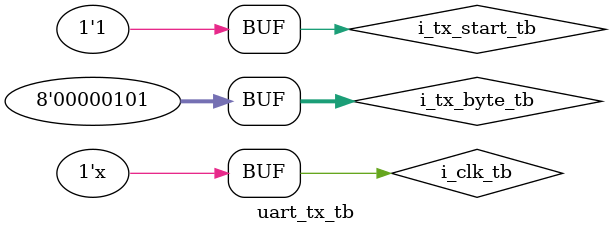
<source format=v>
module uart_tx_tb();

    reg i_clk_tb, i_tx_start_tb;
	reg [7:0] i_tx_byte_tb;
    wire o_tx_busy_tb, o_tx_done_tb, o_tx_serial_data_tb;
    
    uart_tx uut0(i_clk_tb, i_tx_start_tb, i_tx_byte_tb, o_tx_busy_tb, o_tx_done_tb, o_tx_serial_data_tb);
    
    always #5 i_clk_tb = ~i_clk_tb;
    initial begin
        i_clk_tb = 1'b0;
        i_tx_byte_tb = 8'd212;
        i_tx_start_tb = 1'b0;
        #100
        i_tx_start_tb = 1'b1;
        #200000
        i_tx_byte_tb = 8'd5;
    end
endmodule
</source>
